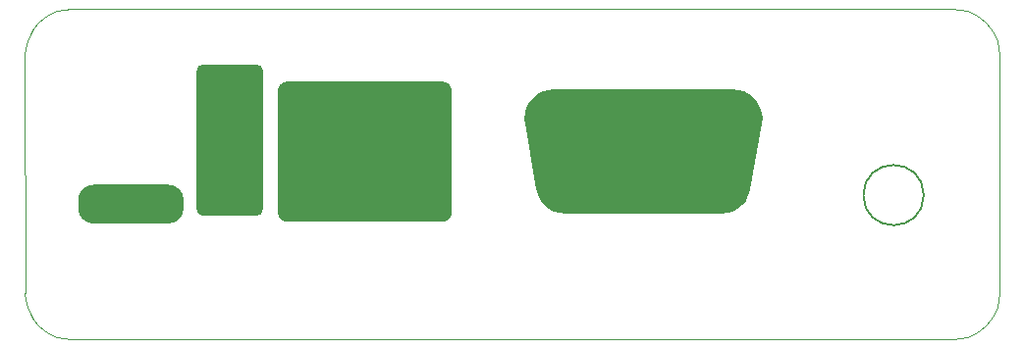
<source format=gbr>
%TF.GenerationSoftware,KiCad,Pcbnew,9.0.0*%
%TF.CreationDate,2025-05-16T15:19:14-04:00*%
%TF.ProjectId,Rear Plate,52656172-2050-46c6-9174-652e6b696361,rev?*%
%TF.SameCoordinates,Original*%
%TF.FileFunction,Profile,NP*%
%FSLAX46Y46*%
G04 Gerber Fmt 4.6, Leading zero omitted, Abs format (unit mm)*
G04 Created by KiCad (PCBNEW 9.0.0) date 2025-05-16 15:19:14*
%MOMM*%
%LPD*%
G01*
G04 APERTURE LIST*
%TA.AperFunction,Profile*%
%ADD10C,0.200000*%
%TD*%
%TA.AperFunction,Profile*%
%ADD11C,0.000000*%
%TD*%
%TA.AperFunction,Profile*%
%ADD12C,0.100000*%
%TD*%
G04 APERTURE END LIST*
D10*
X171220000Y-90050000D02*
G75*
G02*
X166020000Y-90050000I-2600000J0D01*
G01*
X166020000Y-90050000D02*
G75*
G02*
X171220000Y-90050000I2600000J0D01*
G01*
D11*
%TA.AperFunction,Profile*%
%TO.C,REF\u002A\u002A*%
G36*
X106074446Y-89147310D02*
G01*
X106074446Y-89147310D01*
G75*
G02*
X107404446Y-90477310I-46J-1329990D01*
G01*
X107404446Y-91180000D01*
G75*
G02*
X106074446Y-92510000I-1330046J0D01*
G01*
X99624446Y-92510000D01*
G75*
G02*
X98294446Y-91180000I-46J1330000D01*
G01*
X98294446Y-90480000D01*
G75*
G02*
X99624446Y-89150000I1329954J0D01*
G01*
X106074446Y-89147310D01*
G37*
%TD.AperFunction*%
D12*
X93716600Y-77976520D02*
X93765870Y-77348890D01*
X93717360Y-98488800D02*
X93728790Y-98476610D01*
X93728790Y-98476610D02*
X93716600Y-77976520D01*
X93765870Y-77348890D02*
X93912940Y-76736750D01*
X93765870Y-99104240D02*
X93717360Y-98488800D01*
X93912940Y-76736750D02*
X94153730Y-76155090D01*
X93912940Y-99716380D02*
X93765870Y-99104240D01*
X94153730Y-76155090D02*
X94482660Y-75618130D01*
X94153730Y-100298040D02*
X93912940Y-99716380D01*
X94482660Y-75618130D02*
X94891600Y-75139340D01*
X94482660Y-100835000D02*
X94153730Y-100298040D01*
X94891600Y-75139340D02*
X95370390Y-74730400D01*
X94891600Y-101313790D02*
X94482660Y-100835000D01*
X95370390Y-74730400D02*
X95907350Y-74401470D01*
X95370390Y-101722730D02*
X94891600Y-101313790D01*
X95907350Y-74401470D02*
X96489010Y-74160430D01*
X95907350Y-102051660D02*
X95370390Y-101722730D01*
X96489010Y-74160430D02*
X97101150Y-74013610D01*
X96489010Y-102292450D02*
X95907350Y-102051660D01*
X97101150Y-74013610D02*
X97716590Y-73965100D01*
X97101150Y-102439520D02*
X96489010Y-102292450D01*
X97716590Y-73965100D02*
X97728780Y-73976530D01*
X97728780Y-73976530D02*
X102478840Y-73976530D01*
X97728780Y-102488790D02*
X97101150Y-102439520D01*
X102478840Y-73976530D02*
X168978830Y-73976530D01*
X102478840Y-102476600D02*
X97728780Y-102488790D01*
X168978830Y-73976530D02*
X173728880Y-73964080D01*
X168978830Y-102476600D02*
X102478840Y-102476600D01*
X173728880Y-73964080D02*
X174356520Y-74013610D01*
X173728880Y-102476600D02*
X168978830Y-102476600D01*
X173741080Y-102488030D02*
X173728880Y-102476600D01*
X174356520Y-74013610D02*
X174968660Y-74160430D01*
X174356520Y-102439520D02*
X173741080Y-102488030D01*
X174968660Y-74160430D02*
X175550320Y-74401470D01*
X174968660Y-102292450D02*
X174356520Y-102439520D01*
X175550320Y-74401470D02*
X176087270Y-74730400D01*
X175550320Y-102051660D02*
X174968660Y-102292450D01*
X176087270Y-74730400D02*
X176566060Y-75139340D01*
X176087270Y-101722730D02*
X175550320Y-102051660D01*
X176566060Y-75139340D02*
X176975000Y-75618130D01*
X176566060Y-101313790D02*
X176087270Y-101722730D01*
X176975000Y-75618130D02*
X177303930Y-76154830D01*
X176975000Y-100835000D02*
X176566060Y-101313790D01*
X177303930Y-76154830D02*
X177544730Y-76736750D01*
X177303930Y-100298040D02*
X176975000Y-100835000D01*
X177544730Y-76736750D02*
X177691790Y-77348890D01*
X177544730Y-99716380D02*
X177303930Y-100298040D01*
X177691790Y-77348890D02*
X177740310Y-77964080D01*
X177691790Y-99104240D02*
X177544730Y-99716380D01*
X177728880Y-77976520D02*
X177741320Y-98476610D01*
X177740310Y-77964080D02*
X177728880Y-77976520D01*
X177741320Y-98476610D02*
X177691790Y-99104240D01*
D11*
%TA.AperFunction,Profile*%
G36*
X113680000Y-78750492D02*
G01*
X113680000Y-78750492D01*
G75*
G02*
X114239017Y-79309509I0J-559008D01*
G01*
X114239017Y-91290491D01*
G75*
G02*
X113680000Y-91849509I-559017J-9D01*
G01*
X109080000Y-91849509D01*
G75*
G02*
X108520983Y-91290492I0J559009D01*
G01*
X108520983Y-79309509D01*
G75*
G02*
X109080000Y-78750492I559017J9D01*
G01*
X113680000Y-78750492D01*
G37*
%TD.AperFunction*%
%TA.AperFunction,Profile*%
G36*
X155267600Y-80967570D02*
G01*
X155268620Y-80968080D01*
X155269630Y-80967820D01*
X155742840Y-81111330D01*
X155743600Y-81112090D01*
X155744870Y-81112090D01*
X156180730Y-81345270D01*
X156181490Y-81346030D01*
X156182510Y-81346540D01*
X156564780Y-81659970D01*
X156565290Y-81660990D01*
X156566300Y-81661500D01*
X156879990Y-82043770D01*
X156880250Y-82044780D01*
X156881010Y-82045540D01*
X157114180Y-82481660D01*
X157114440Y-82482680D01*
X157114940Y-82483690D01*
X157258450Y-82956640D01*
X157258450Y-82957910D01*
X157258960Y-82958930D01*
X157307480Y-83450930D01*
X157307220Y-83451940D01*
X157307480Y-83452960D01*
X157265060Y-83882730D01*
X157265060Y-83882980D01*
X157265060Y-83883230D01*
X157263030Y-83886540D01*
X157261250Y-83890090D01*
X157260990Y-83890090D01*
X157260740Y-83890350D01*
X157256170Y-83893900D01*
X156264300Y-89550480D01*
X156258960Y-89605090D01*
X156258460Y-89605850D01*
X156258460Y-89607120D01*
X156114950Y-90080330D01*
X156114180Y-90081090D01*
X156114180Y-90082100D01*
X155881010Y-90518220D01*
X155880250Y-90518980D01*
X155880000Y-90520000D01*
X155566310Y-90902270D01*
X155565290Y-90902780D01*
X155564780Y-90903790D01*
X155182510Y-91217480D01*
X155181500Y-91217740D01*
X155180730Y-91218500D01*
X154744870Y-91451670D01*
X154743600Y-91451670D01*
X154742840Y-91452430D01*
X154269640Y-91595940D01*
X154268620Y-91595940D01*
X154267600Y-91596450D01*
X153787540Y-91643700D01*
X153787290Y-91643440D01*
X153787040Y-91643700D01*
X153783480Y-91642430D01*
X153779670Y-91641160D01*
X153779670Y-91640900D01*
X153779420Y-91640900D01*
X153770270Y-91632770D01*
X140314620Y-91644970D01*
X140313860Y-91644710D01*
X140313350Y-91644710D01*
X139821350Y-91596450D01*
X139820340Y-91595940D01*
X139819320Y-91595940D01*
X139346120Y-91452430D01*
X139345360Y-91451670D01*
X139344340Y-91451670D01*
X138908220Y-91218500D01*
X138907460Y-91217740D01*
X138906450Y-91217480D01*
X138524180Y-90903790D01*
X138523670Y-90902780D01*
X138522650Y-90902270D01*
X138208960Y-90520000D01*
X138208710Y-90518980D01*
X138207950Y-90518220D01*
X137974770Y-90082100D01*
X137974770Y-90081090D01*
X137974010Y-90080330D01*
X137851580Y-89676470D01*
X137851580Y-89675700D01*
X137851080Y-89674940D01*
X137832030Y-89549720D01*
X136824660Y-83890850D01*
X136824920Y-83890600D01*
X136824660Y-83890090D01*
X136781480Y-83452960D01*
X136781990Y-83451940D01*
X136781480Y-83450930D01*
X136830000Y-82958930D01*
X136830500Y-82957910D01*
X136830500Y-82956640D01*
X136974010Y-82483690D01*
X136974780Y-82482680D01*
X136974780Y-82481660D01*
X137207950Y-82045540D01*
X137208710Y-82044780D01*
X137208960Y-82043770D01*
X137522650Y-81661500D01*
X137523670Y-81660990D01*
X137524180Y-81659970D01*
X137906450Y-81346540D01*
X137907460Y-81346030D01*
X137908230Y-81345270D01*
X138344090Y-81112090D01*
X138345360Y-81112090D01*
X138346120Y-81111330D01*
X138819320Y-80967820D01*
X138820340Y-80968080D01*
X138821360Y-80967570D01*
X139301420Y-80920070D01*
X139301670Y-80920320D01*
X139301920Y-80920070D01*
X139305480Y-80921340D01*
X139309290Y-80922610D01*
X139309540Y-80922860D01*
X139309800Y-80922860D01*
X139318690Y-80930990D01*
X154774590Y-80919050D01*
X154775100Y-80919050D01*
X154775600Y-80919050D01*
X155267600Y-80967570D01*
G37*
%TD.AperFunction*%
%TA.AperFunction,Profile*%
G36*
X129699279Y-80239007D02*
G01*
X129699279Y-80239007D01*
G75*
G02*
X130520926Y-81060654I21J-821693D01*
G01*
X130520000Y-91538353D01*
G75*
G02*
X129698353Y-92360000I-821600J-47D01*
G01*
X116341647Y-92360000D01*
G75*
G02*
X115520000Y-91538353I-47J821600D01*
G01*
X115520000Y-81060000D01*
G75*
G02*
X116341647Y-80238353I821600J0D01*
G01*
X129699279Y-80239007D01*
G37*
%TD.AperFunction*%
%TD*%
M02*

</source>
